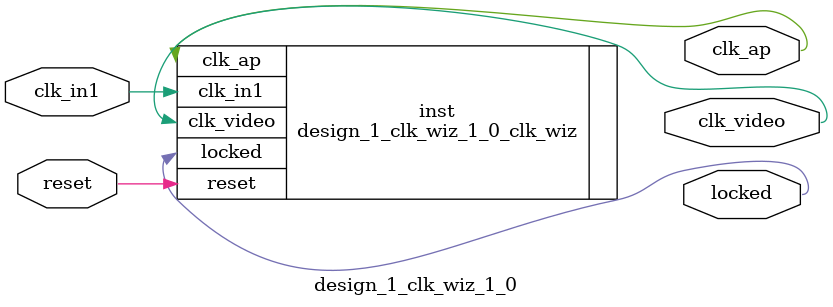
<source format=v>


`timescale 1ps/1ps

(* CORE_GENERATION_INFO = "design_1_clk_wiz_1_0,clk_wiz_v5_4_3_0,{component_name=design_1_clk_wiz_1_0,use_phase_alignment=true,use_min_o_jitter=false,use_max_i_jitter=false,use_dyn_phase_shift=false,use_inclk_switchover=false,use_dyn_reconfig=false,enable_axi=0,feedback_source=FDBK_AUTO,PRIMITIVE=MMCM,num_out_clk=2,clkin1_period=10.000,clkin2_period=10.000,use_power_down=false,use_reset=true,use_locked=true,use_inclk_stopped=false,feedback_type=SINGLE,CLOCK_MGR_TYPE=NA,manual_override=false}" *)

module design_1_clk_wiz_1_0 
 (
  // Clock out ports
  output        clk_ap,
  output        clk_video,
  // Status and control signals
  input         reset,
  output        locked,
 // Clock in ports
  input         clk_in1
 );

  design_1_clk_wiz_1_0_clk_wiz inst
  (
  // Clock out ports  
  .clk_ap(clk_ap),
  .clk_video(clk_video),
  // Status and control signals               
  .reset(reset), 
  .locked(locked),
 // Clock in ports
  .clk_in1(clk_in1)
  );

endmodule

</source>
